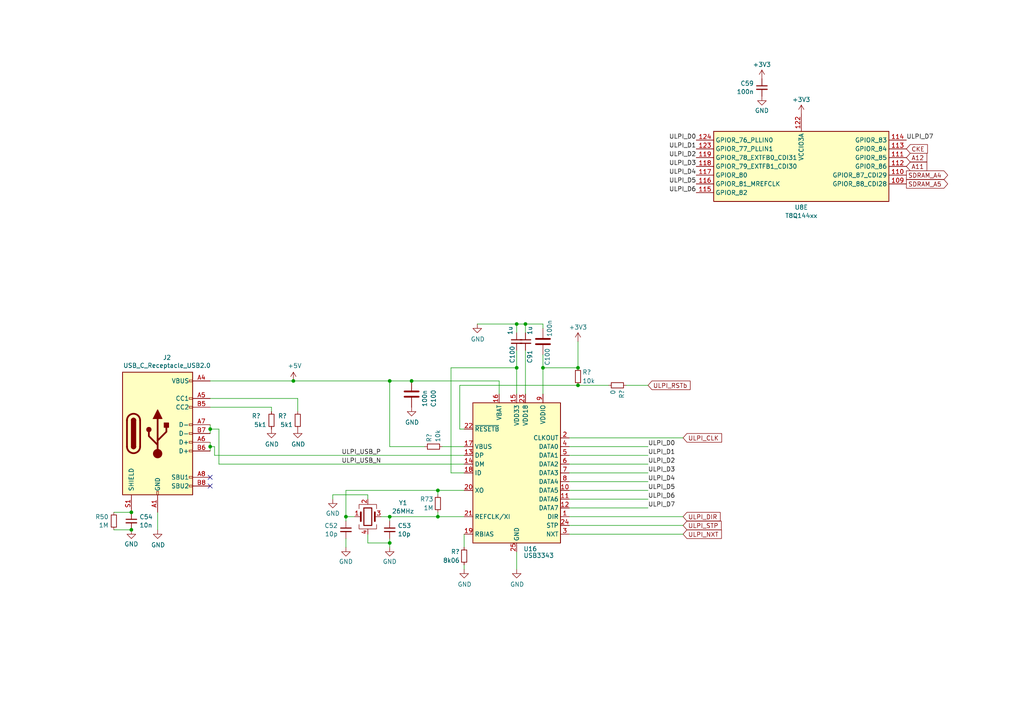
<source format=kicad_sch>
(kicad_sch (version 20230121) (generator eeschema)
  (paper "A4")
  (lib_symbols
    (symbol "Connector:USB_C_Receptacle_USB2.0" (pin_names (offset 1.016))
      (property "Reference" "J" (at -10.16 19.05 0))
      (property "Value" "USB_C_Receptacle_USB2.0" (at 19.05 19.05 0))
      (symbol "USB_C_Receptacle_USB2.0_0_0"
        (rectangle (start -0.254 -17.78) (end 0.254 -16.764))
        (rectangle (start 10.16 -14.986) (end 9.144 -15.494))
        (rectangle (start 10.16 -12.446) (end 9.144 -12.954))
        (rectangle (start 10.16 -4.826) (end 9.144 -5.334))
        (rectangle (start 10.16 -2.286) (end 9.144 -2.794))
        (rectangle (start 10.16 0.254) (end 9.144 -0.254))
        (rectangle (start 10.16 2.794) (end 9.144 2.286))
        (rectangle (start 10.16 7.874) (end 9.144 7.366))
        (rectangle (start 10.16 10.414) (end 9.144 9.906))
        (rectangle (start 10.16 15.494) (end 9.144 14.986))
      )
      (symbol "USB_C_Receptacle_USB2.0_0_1"
        (rectangle (start -10.16 17.78) (end 10.16 -17.78) (stroke (width 0.254)) (fill (type background)))
        (arc (start -8.89 -3.81) (mid -6.985 -5.7067) (end -5.08 -3.81) (stroke (width 0.508)))
        (arc (start -7.62 -3.81) (mid -6.985 -4.4423) (end -6.35 -3.81) (stroke (width 0.254)))
        (arc (start -7.62 -3.81) (mid -6.985 -4.4423) (end -6.35 -3.81) (stroke (width 0.254)) (fill (type outline)))
        (rectangle (start -7.62 -3.81) (end -6.35 3.81) (stroke (width 0.254)) (fill (type outline)))
        (arc (start -6.35 3.81) (mid -6.985 4.4423) (end -7.62 3.81) (stroke (width 0.254)))
        (arc (start -6.35 3.81) (mid -6.985 4.4423) (end -7.62 3.81) (stroke (width 0.254)) (fill (type outline)))
        (arc (start -5.08 3.81) (mid -6.985 5.7067) (end -8.89 3.81) (stroke (width 0.508)))
        (circle (center -2.54 1.143) (radius 0.635) (stroke (width 0.254)) (fill (type outline)))
        (circle (center 0 -5.842) (radius 1.27) (fill (type outline)))
        (polyline (pts (xy -8.89 -3.81) (xy -8.89 3.81)) (stroke (width 0.508)))
        (polyline (pts (xy -5.08 3.81) (xy -5.08 -3.81)) (stroke (width 0.508)))
        (polyline (pts (xy 0 -5.842) (xy 0 4.318)) (stroke (width 0.508)))
        (polyline (pts (xy 0 -3.302) (xy -2.54 -0.762) (xy -2.54 0.508)) (stroke (width 0.508)))
        (polyline (pts (xy 0 -2.032) (xy 2.54 0.508) (xy 2.54 1.778)) (stroke (width 0.508)))
        (polyline (pts (xy -1.27 4.318) (xy 0 6.858) (xy 1.27 4.318) (xy -1.27 4.318)) (stroke (width 0.254)) (fill (type outline)))
        (rectangle (start 1.905 1.778) (end 3.175 3.048) (stroke (width 0.254)) (fill (type outline)))
      )
      (symbol "USB_C_Receptacle_USB2.0_1_1"
        (pin passive line (at 0 -22.86 90) (length 5.08) (name "GND") (number "A1"))
        (pin passive line (at 0 -22.86 90) (length 5.08) hide (name "GND") (number "A12"))
        (pin passive line (at 15.24 15.24 180) (length 5.08) (name "VBUS") (number "A4"))
        (pin bidirectional line (at 15.24 10.16 180) (length 5.08) (name "CC1") (number "A5"))
        (pin bidirectional line (at 15.24 -2.54 180) (length 5.08) (name "D+") (number "A6"))
        (pin bidirectional line (at 15.24 2.54 180) (length 5.08) (name "D-") (number "A7"))
        (pin bidirectional line (at 15.24 -12.7 180) (length 5.08) (name "SBU1") (number "A8"))
        (pin passive line (at 15.24 15.24 180) (length 5.08) hide (name "VBUS") (number "A9"))
        (pin passive line (at 0 -22.86 90) (length 5.08) hide (name "GND") (number "B1"))
        (pin passive line (at 0 -22.86 90) (length 5.08) hide (name "GND") (number "B12"))
        (pin passive line (at 15.24 15.24 180) (length 5.08) hide (name "VBUS") (number "B4"))
        (pin bidirectional line (at 15.24 7.62 180) (length 5.08) (name "CC2") (number "B5"))
        (pin bidirectional line (at 15.24 -5.08 180) (length 5.08) (name "D+") (number "B6"))
        (pin bidirectional line (at 15.24 0 180) (length 5.08) (name "D-") (number "B7"))
        (pin bidirectional line (at 15.24 -15.24 180) (length 5.08) (name "SBU2") (number "B8"))
        (pin passive line (at 15.24 15.24 180) (length 5.08) hide (name "VBUS") (number "B9"))
        (pin passive line (at -7.62 -22.86 90) (length 5.08) (name "SHIELD") (number "S1"))
      )
    )
    (symbol "Device:C_Small" (pin_numbers hide) (pin_names (offset 0.254) hide)
      (property "Reference" "C" (at 0.254 1.778 0))
      (property "Value" "C_Small" (at 0.254 -2.032 0))
      (symbol "C_Small_0_1"
        (polyline (pts (xy -1.524 -0.508) (xy 1.524 -0.508)) (stroke (width 0.3302)))
        (polyline (pts (xy -1.524 0.508) (xy 1.524 0.508)) (stroke (width 0.3048)))
      )
      (symbol "C_Small_1_1"
        (pin passive line (at 0 2.54 270) (length 2.032) (name "~") (number "1"))
        (pin passive line (at 0 -2.54 90) (length 2.032) (name "~") (number "2"))
      )
    )
    (symbol "Device:Crystal_GND24" (pin_names (offset 1.016) hide)
      (property "Reference" "Y" (at 3.175 5.08 0))
      (property "Value" "Crystal_GND24" (at 3.175 3.175 0))
      (symbol "Crystal_GND24_0_1"
        (rectangle (start -1.143 2.54) (end 1.143 -2.54) (stroke (width 0.3048)))
        (polyline (pts (xy -2.54 0) (xy -2.032 0)))
        (polyline (pts (xy -2.032 -1.27) (xy -2.032 1.27)) (stroke (width 0.508)))
        (polyline (pts (xy 0 -3.81) (xy 0 -3.556)))
        (polyline (pts (xy 0 3.556) (xy 0 3.81)))
        (polyline (pts (xy 2.032 -1.27) (xy 2.032 1.27)) (stroke (width 0.508)))
        (polyline (pts (xy 2.032 0) (xy 2.54 0)))
        (polyline (pts (xy -2.54 -2.286) (xy -2.54 -3.556) (xy 2.54 -3.556) (xy 2.54 -2.286)))
        (polyline (pts (xy -2.54 2.286) (xy -2.54 3.556) (xy 2.54 3.556) (xy 2.54 2.286)))
      )
      (symbol "Crystal_GND24_1_1"
        (pin passive line (at -3.81 0 0) (length 1.27) (name "1") (number "1"))
        (pin passive line (at 0 5.08 270) (length 1.27) (name "2") (number "2"))
        (pin passive line (at 3.81 0 180) (length 1.27) (name "3") (number "3"))
        (pin passive line (at 0 -5.08 90) (length 1.27) (name "4") (number "4"))
      )
    )
    (symbol "Device:R_Small" (pin_numbers hide) (pin_names (offset 0.254) hide)
      (property "Reference" "R" (at 0.762 0.508 0))
      (property "Value" "R_Small" (at 0.762 -1.016 0))
      (symbol "R_Small_0_1"
        (rectangle (start -0.762 1.778) (end 0.762 -1.778) (stroke (width 0.2032)))
      )
      (symbol "R_Small_1_1"
        (pin passive line (at 0 2.54 270) (length 0.762) (name "~") (number "1"))
        (pin passive line (at 0 -2.54 90) (length 0.762) (name "~") (number "2"))
      )
    )
    (symbol "FPGA_Efinix_Trion:T8Q144xx"
      (property "Reference" "U" (at -24.13 16.51 0))
      (property "Value" "T8Q144xx" (at 19.05 -16.51 0))
      (symbol "T8Q144xx_1_1"
        (rectangle (start -17.78 12.7) (end 17.78 -12.7) (stroke (width 0.254)) (fill (type background)))
        (pin power_in line (at 0 17.78 270) (length 5.08) (name "VCCIO1A") (number "23"))
        (pin output line (at -22.86 -5.08 0) (length 5.08) (name "TDO") (number "24"))
        (pin input line (at -22.86 -7.62 0) (length 5.08) (name "TMS") (number "25"))
        (pin input line (at -22.86 0 0) (length 5.08) (name "TCK") (number "26"))
        (pin input line (at -22.86 -2.54 0) (length 5.08) (name "TDI") (number "27"))
        (pin bidirectional line (at 22.86 -2.54 180) (length 5.08) (name "GPIOL_09_CDI1") (number "28"))
        (pin bidirectional line (at 22.86 0 180) (length 5.08) (name "GPIOL_08_CDI0") (number "29"))
        (pin bidirectional line (at 22.86 7.62 180) (length 5.08) (name "GPIOL_01_CCK") (number "30"))
        (pin bidirectional line (at 22.86 10.16 180) (length 5.08) (name "GPIOL_00_SS_N") (number "31"))
        (pin bidirectional line (at 22.86 5.08 180) (length 5.08) (name "GPIOL_04_CSI") (number "32"))
        (pin bidirectional line (at 22.86 2.54 180) (length 5.08) (name "GPIOL_05_CSO") (number "33"))
        (pin bidirectional line (at -22.86 10.16 0) (length 5.08) (name "CDONE") (number "34"))
        (pin bidirectional line (at -22.86 5.08 0) (length 5.08) (name "CRESET_N") (number "35"))
      )
      (symbol "T8Q144xx_2_1"
        (rectangle (start -22.86 7.62) (end 22.86 -7.62) (stroke (width 0.254)) (fill (type background)))
        (pin bidirectional line (at 27.94 0 180) (length 5.08) (name "GPIOL_25_CLK1") (number "14"))
        (pin bidirectional line (at 27.94 2.54 180) (length 5.08) (name "GPIOL_24_CLK0") (number "15"))
        (pin bidirectional line (at 27.94 5.08 180) (length 5.08) (name "GPIOL_22_CTRL2") (number "16"))
        (pin bidirectional line (at -27.94 -2.54 0) (length 5.08) (name "GPIOL_21_CTRL1_CDI5") (number "17"))
        (pin bidirectional line (at -27.94 0 0) (length 5.08) (name "GPIOL_20_CTRL0_CDI4") (number "18"))
        (pin bidirectional line (at -27.94 2.54 0) (length 5.08) (name "GPIOL_13_CDI3") (number "19"))
        (pin bidirectional line (at -27.94 5.08 0) (length 5.08) (name "GPIOL_12_CDI2") (number "20"))
        (pin power_in line (at 0 12.7 270) (length 5.08) (name "VCCIO1B") (number "21"))
      )
      (symbol "T8Q144xx_3_1"
        (rectangle (start -22.86 7.62) (end 22.86 -7.62) (stroke (width 0.254)) (fill (type background)))
        (pin bidirectional line (at -27.94 2.54 0) (length 5.08) (name "GPIOL_32_CTRL4_CDI7") (number "10"))
        (pin bidirectional line (at -27.94 5.08 0) (length 5.08) (name "GPIOL_31_CLK7_CDI6") (number "11"))
        (pin power_in line (at 0 12.7 270) (length 5.08) (name "VCCIO1C_1D") (number "12"))
        (pin bidirectional line (at 27.94 2.54 180) (length 5.08) (name "GPIOL_53_CDI10") (number "3"))
        (pin bidirectional line (at 27.94 0 180) (length 5.08) (name "GPIOL_54_CDI11") (number "4"))
        (pin bidirectional line (at 27.94 5.08 180) (length 5.08) (name "GPIOL_46") (number "6"))
        (pin bidirectional line (at -27.94 -2.54 0) (length 5.08) (name "GPIOL_41_CDI9") (number "7"))
        (pin bidirectional line (at -27.94 0 0) (length 5.08) (name "GPIOL_40_CDI8") (number "8"))
      )
      (symbol "T8Q144xx_4_1"
        (rectangle (start -25.4 10.16) (end 25.4 -10.16) (stroke (width 0.254)) (fill (type background)))
        (pin bidirectional line (at 30.48 -5.08 180) (length 5.08) (name "GPIOL_75_PLLIN1") (number "131"))
        (pin bidirectional line (at 30.48 -2.54 180) (length 5.08) (name "GPIOL_74_PLLIN0") (number "132"))
        (pin bidirectional line (at 30.48 0 180) (length 5.08) (name "GPIOL_73_EXTFB1_CDI15") (number "134"))
        (pin bidirectional line (at 30.48 2.54 180) (length 5.08) (name "GPIOL_72_EXTFB0_CDI14") (number "135"))
        (pin bidirectional line (at 30.48 5.08 180) (length 5.08) (name "GPIOL_71_NSTATUS") (number "136"))
        (pin bidirectional line (at 30.48 7.62 180) (length 5.08) (name "GPIOL_70_CBSEL0") (number "137"))
        (pin bidirectional line (at -30.48 -5.08 0) (length 5.08) (name "GPIOL_69_CBSEL1") (number "138"))
        (pin bidirectional line (at -30.48 -2.54 0) (length 5.08) (name "GPIOL_68") (number "139"))
        (pin bidirectional line (at -30.48 0 0) (length 5.08) (name "GPIOL_67_CDI13") (number "140"))
        (pin bidirectional line (at -30.48 5.08 0) (length 5.08) (name "GPIOL_65") (number "141"))
        (pin bidirectional line (at -30.48 2.54 0) (length 5.08) (name "GPIOL_66_CDI12") (number "142"))
        (pin power_in line (at 0 15.24 270) (length 5.08) (name "VCCIO1E") (number "143"))
        (pin bidirectional line (at -30.48 7.62 0) (length 5.08) (name "GPIOL_64") (number "144"))
      )
      (symbol "T8Q144xx_5_1"
        (rectangle (start -25.4 10.16) (end 25.4 -10.16) (stroke (width 0.254)) (fill (type background)))
        (pin bidirectional line (at 30.48 -5.08 180) (length 5.08) (name "GPIOR_88_CDI28") (number "109"))
        (pin bidirectional line (at 30.48 -2.54 180) (length 5.08) (name "GPIOR_87_CDI29") (number "110"))
        (pin bidirectional line (at 30.48 2.54 180) (length 5.08) (name "GPIOR_85") (number "111"))
        (pin bidirectional line (at 30.48 0 180) (length 5.08) (name "GPIOR_86") (number "112"))
        (pin bidirectional line (at 30.48 5.08 180) (length 5.08) (name "GPIOR_84") (number "113"))
        (pin bidirectional line (at 30.48 7.62 180) (length 5.08) (name "GPIOR_83") (number "114"))
        (pin bidirectional line (at -30.48 -7.62 0) (length 5.08) (name "GPIOR_82") (number "115"))
        (pin bidirectional line (at -30.48 -5.08 0) (length 5.08) (name "GPIOR_81_MREFCLK") (number "116"))
        (pin bidirectional line (at -30.48 -2.54 0) (length 5.08) (name "GPIOR_80") (number "117"))
        (pin bidirectional line (at -30.48 0 0) (length 5.08) (name "GPIOR_79_EXTFB1_CDI30") (number "118"))
        (pin bidirectional line (at -30.48 2.54 0) (length 5.08) (name "GPIOR_78_EXTFB0_CDI31") (number "119"))
        (pin power_in line (at 0 15.24 270) (length 5.08) (name "VCCIO3A") (number "122"))
        (pin bidirectional line (at -30.48 5.08 0) (length 5.08) (name "GPIOR_77_PLLIN1") (number "123"))
        (pin bidirectional line (at -30.48 7.62 0) (length 5.08) (name "GPIOR_76_PLLIN0") (number "124"))
      )
      (symbol "T8Q144xx_6_1"
        (rectangle (start -25.4 7.62) (end 25.4 -7.62) (stroke (width 0.254)) (fill (type background)))
        (pin bidirectional line (at 30.48 5.08 180) (length 5.08) (name "GPIOR_113_CDI22") (number "100"))
        (pin bidirectional line (at -30.48 -5.08 0) (length 5.08) (name "GPIOR_112_CDI23") (number "101"))
        (pin bidirectional line (at -30.48 2.54 0) (length 5.08) (name "GPIOR_105_CDI24") (number "102"))
        (pin bidirectional line (at -30.48 5.08 0) (length 5.08) (name "GPIOR_104_CDI25") (number "103"))
        (pin bidirectional line (at -30.48 -2.54 0) (length 5.08) (name "GPIOR_95_CDI26") (number "105"))
        (pin bidirectional line (at -30.48 0 0) (length 5.08) (name "GPIOR_94_CDI27") (number "106"))
        (pin bidirectional line (at 30.48 -5.08 180) (length 5.08) (name "GPIOR_123_CLK12_CDI20") (number "93"))
        (pin power_in line (at 0 12.7 270) (length 5.08) (name "VCCIO3B_3C") (number "95"))
        (pin bidirectional line (at 30.48 -2.54 180) (length 5.08) (name "GPIOR_122_CLK13_CDI21") (number "97"))
        (pin bidirectional line (at 30.48 0 180) (length 5.08) (name "GPIOR_117_CTRL14") (number "98"))
        (pin bidirectional line (at 30.48 2.54 180) (length 5.08) (name "GPIOR_116_CTRL15") (number "99"))
      )
      (symbol "T8Q144xx_7_1"
        (rectangle (start -22.86 7.62) (end 22.86 -7.62) (stroke (width 0.254)) (fill (type background)))
        (pin bidirectional line (at 27.94 -2.54 180) (length 5.08) (name "GPIOR_139") (number "81"))
        (pin bidirectional line (at 27.94 0 180) (length 5.08) (name "GPIOR_138") (number "82"))
        (pin bidirectional line (at 27.94 2.54 180) (length 5.08) (name "GPIOR_136_CDI16") (number "83"))
        (pin bidirectional line (at 27.94 5.08 180) (length 5.08) (name "GPIOR_135_CDI17") (number "84"))
        (pin bidirectional line (at -27.94 -5.08 0) (length 5.08) (name "GPIOR_133_CDI18") (number "86"))
        (pin bidirectional line (at -27.94 -2.54 0) (length 5.08) (name "GPIOR_132_CDI19") (number "87"))
        (pin bidirectional line (at -27.94 0 0) (length 5.08) (name "GPIOR_129_CTRL10") (number "89"))
        (pin bidirectional line (at -27.94 2.54 0) (length 5.08) (name "GPIOR_128_CTRL11") (number "90"))
        (pin power_in line (at 0 12.7 270) (length 5.08) (name "VCCIO3D") (number "91"))
        (pin bidirectional line (at -27.94 5.08 0) (length 5.08) (name "GPIOR_125_CLK10") (number "92"))
      )
      (symbol "T8Q144xx_8_1"
        (rectangle (start -22.86 7.62) (end 22.86 -7.62) (stroke (width 0.254)) (fill (type background)))
        (pin bidirectional line (at 27.94 0 180) (length 5.08) (name "GPIOR_158_TEST_N") (number "74"))
        (pin bidirectional line (at 27.94 2.54 180) (length 5.08) (name "GPIOR_157_PLLIN") (number "75"))
        (pin bidirectional line (at 27.94 5.08 180) (length 5.08) (name "GPIOR_155") (number "76"))
        (pin bidirectional line (at -27.94 -2.54 0) (length 5.08) (name "GPIOR_154") (number "77"))
        (pin bidirectional line (at -27.94 0 0) (length 5.08) (name "GPIOR_151_CBUS0") (number "78"))
        (pin bidirectional line (at -27.94 2.54 0) (length 5.08) (name "GPIOR_150_CBUS1") (number "79"))
        (pin bidirectional line (at -27.94 5.08 0) (length 5.08) (name "GPIOR_149_CBUS2") (number "80"))
        (pin power_in line (at 0 12.7 270) (length 5.08) (name "VCCIO3E") (number "88"))
      )
      (symbol "T8Q144xx_9_1"
        (rectangle (start -25.4 15.24) (end 25.4 -15.24) (stroke (width 0.254)) (fill (type background)))
        (pin bidirectional line (at -30.48 5.08 0) (length 5.08) (name "GPIOB_RXP00") (number "55"))
        (pin bidirectional line (at -30.48 2.54 0) (length 5.08) (name "GPIOB_RXN00") (number "56"))
        (pin bidirectional line (at -30.48 -2.54 0) (length 5.08) (name "GPIOB_RXP02") (number "58"))
        (pin bidirectional line (at -30.48 -5.08 0) (length 5.08) (name "GPIOB_RXN02") (number "59"))
        (pin bidirectional line (at -30.48 -12.7 0) (length 5.08) (name "GPIOB_RXN03") (number "60"))
        (pin bidirectional line (at -30.48 -10.16 0) (length 5.08) (name "GPIOB_RXP03") (number "61"))
        (pin power_in line (at 0 20.32 270) (length 5.08) (name "VCCIO4A") (number "62"))
        (pin passive line (at 0 20.32 270) (length 5.08) hide (name "VCCIO4A") (number "63"))
        (pin bidirectional line (at 30.48 10.16 180) (length 5.08) (name "GPIOB_RXN07") (number "65"))
        (pin bidirectional line (at 30.48 12.7 180) (length 5.08) (name "GPIOB_RXP07") (number "66"))
        (pin bidirectional line (at 30.48 5.08 180) (length 5.08) (name "GPIOB_RXP10") (number "67"))
        (pin bidirectional line (at 30.48 2.54 180) (length 5.08) (name "GPIOB_RXN10") (number "68"))
        (pin bidirectional line (at 30.48 -5.08 180) (length 5.08) (name "GPIOB_RXN12_EXTFB0") (number "69"))
        (pin bidirectional line (at 30.48 -2.54 180) (length 5.08) (name "GPIOB_RXP12_EXTFB0") (number "70"))
        (pin bidirectional line (at -30.48 12.7 0) (length 5.08) (name "GPIOB_CLKP0") (number "71"))
        (pin bidirectional line (at -30.48 10.16 0) (length 5.08) (name "GPIOB_CLKN0") (number "72"))
      )
      (symbol "T8Q144xx_10_1"
        (rectangle (start -17.78 15.24) (end 17.78 -15.24) (stroke (width 0.254)) (fill (type background)))
        (pin passive line (at -22.86 -10.16 0) (length 5.08) (name "REF_RES") (number "36"))
        (pin bidirectional line (at -22.86 12.7 0) (length 5.08) (name "GPIOB_TXP00") (number "38"))
        (pin bidirectional line (at -22.86 10.16 0) (length 5.08) (name "GPIOB_TXN00") (number "39"))
        (pin bidirectional line (at -22.86 5.08 0) (length 5.08) (name "GPIOB_TXP02") (number "40"))
        (pin bidirectional line (at -22.86 2.54 0) (length 5.08) (name "GPIOB_TXN02") (number "41"))
        (pin bidirectional line (at -22.86 -2.54 0) (length 5.08) (name "GPIOB_TXP04") (number "42"))
        (pin bidirectional line (at -22.86 -5.08 0) (length 5.08) (name "GPIOB_TXN04") (number "43"))
        (pin bidirectional line (at 22.86 12.7 180) (length 5.08) (name "GPIOB_TXP06") (number "45"))
        (pin bidirectional line (at 22.86 10.16 180) (length 5.08) (name "GPIOB_TXN06") (number "46"))
        (pin bidirectional line (at 22.86 5.08 180) (length 5.08) (name "GPIOB_TXP09") (number "47"))
        (pin bidirectional line (at 22.86 2.54 180) (length 5.08) (name "GPIOB_TXN09") (number "48"))
        (pin power_in line (at 0 20.32 270) (length 5.08) (name "VCCIO4B") (number "51"))
        (pin passive line (at 0 20.32 270) (length 5.08) hide (name "VCCIO4B") (number "52"))
        (pin bidirectional line (at 22.86 -2.54 180) (length 5.08) (name "GPIOB_TXP11") (number "53"))
        (pin bidirectional line (at 22.86 -5.08 180) (length 5.08) (name "GPIOB_TXN11") (number "54"))
      )
      (symbol "T8Q144xx_11_1"
        (rectangle (start -17.78 7.62) (end 17.78 -7.62) (stroke (width 0.254)) (fill (type background)))
        (pin power_in line (at 0 -12.7 90) (length 5.08) (name "GND") (number "1"))
        (pin passive line (at 0 -12.7 90) (length 5.08) hide (name "GND") (number "104"))
        (pin power_in line (at 15.24 12.7 270) (length 5.08) (name "VCCA_TR") (number "107"))
        (pin passive line (at 0 -12.7 90) (length 5.08) hide (name "GND") (number "108"))
        (pin passive line (at 0 -12.7 90) (length 5.08) hide (name "GND") (number "120"))
        (pin passive line (at 0 -12.7 90) (length 5.08) hide (name "GND") (number "121"))
        (pin power_in line (at 0 12.7 270) (length 5.08) (name "VCC") (number "125"))
        (pin passive line (at 0 -12.7 90) (length 5.08) hide (name "GND") (number "126"))
        (pin passive line (at 0 -12.7 90) (length 5.08) hide (name "GND") (number "127"))
        (pin power_in line (at 2.54 12.7 270) (length 5.08) (name "VCC") (number "128"))
        (pin passive line (at 0 -12.7 90) (length 5.08) hide (name "GND") (number "129"))
        (pin power_in line (at -15.24 12.7 270) (length 5.08) (name "VCC") (number "13"))
        (pin power_in line (at 5.08 12.7 270) (length 5.08) (name "VCC") (number "130"))
        (pin passive line (at 0 -12.7 90) (length 5.08) hide (name "GND") (number "133"))
        (pin power_in line (at 12.7 12.7 270) (length 5.08) (name "VCCA_TL") (number "2"))
        (pin power_in line (at -12.7 12.7 270) (length 5.08) (name "VCC") (number "22"))
        (pin passive line (at 0 -12.7 90) (length 5.08) hide (name "GND") (number "37"))
        (pin passive line (at 0 -12.7 90) (length 5.08) hide (name "GND") (number "44"))
        (pin power_in line (at -10.16 12.7 270) (length 5.08) (name "VCC") (number "49"))
        (pin passive line (at 0 -12.7 90) (length 5.08) hide (name "GND") (number "5"))
        (pin passive line (at 0 -12.7 90) (length 5.08) hide (name "GND") (number "50"))
        (pin power_in line (at -7.62 12.7 270) (length 5.08) (name "VCC") (number "57"))
        (pin passive line (at 0 -12.7 90) (length 5.08) hide (name "GND") (number "64"))
        (pin power_in line (at 10.16 12.7 270) (length 5.08) (name "VCCA_BR") (number "73"))
        (pin power_in line (at -5.08 12.7 270) (length 5.08) (name "VCC") (number "85"))
        (pin passive line (at 0 -12.7 90) (length 5.08) hide (name "GND") (number "9"))
        (pin passive line (at 0 -12.7 90) (length 5.08) hide (name "GND") (number "94"))
        (pin power_in line (at -2.54 12.7 270) (length 5.08) (name "VCC") (number "96"))
      )
    )
    (symbol "Interface_USB:USB3343"
      (property "Reference" "U" (at 0 2.54 0))
      (property "Value" "USB3343" (at 0 0 0))
      (symbol "USB3343_0_1"
        (rectangle (start -12.7 20.32) (end 12.7 -20.32) (stroke (width 0.254)) (fill (type background)))
      )
      (symbol "USB3343_1_1"
        (pin output line (at 15.24 -12.7 180) (length 2.54) (name "DIR") (number "1"))
        (pin bidirectional line (at 15.24 -5.08 180) (length 2.54) (name "DATA5") (number "10"))
        (pin bidirectional line (at 15.24 -7.62 180) (length 2.54) (name "DATA6") (number "11"))
        (pin bidirectional line (at 15.24 -10.16 180) (length 2.54) (name "DATA7") (number "12"))
        (pin bidirectional line (at -15.24 5.08 0) (length 2.54) (name "DP") (number "13"))
        (pin bidirectional line (at -15.24 2.54 0) (length 2.54) (name "DM") (number "14"))
        (pin power_out line (at 0 22.86 270) (length 2.54) (name "VDD33") (number "15"))
        (pin power_in line (at -5.08 22.86 270) (length 2.54) (name "VBAT") (number "16"))
        (pin input line (at -15.24 7.62 0) (length 2.54) (name "VBUS") (number "17"))
        (pin input line (at -15.24 0 0) (length 2.54) (name "ID") (number "18"))
        (pin passive line (at -15.24 -17.78 0) (length 2.54) (name "RBIAS") (number "19"))
        (pin output line (at 15.24 10.16 180) (length 2.54) (name "CLKOUT") (number "2"))
        (pin output line (at -15.24 -5.08 0) (length 2.54) (name "XO") (number "20"))
        (pin input line (at -15.24 -12.7 0) (length 2.54) (name "REFCLK/XI") (number "21"))
        (pin input line (at -15.24 12.7 0) (length 2.54) (name "~{RESETB}") (number "22"))
        (pin power_out line (at 2.54 22.86 270) (length 2.54) (name "VDD18") (number "23"))
        (pin input line (at 15.24 -15.24 180) (length 2.54) (name "STP") (number "24"))
        (pin power_in line (at 0 -22.86 90) (length 2.54) (name "GND") (number "25"))
        (pin output line (at 15.24 -17.78 180) (length 2.54) (name "NXT") (number "3"))
        (pin bidirectional line (at 15.24 7.62 180) (length 2.54) (name "DATA0") (number "4"))
        (pin bidirectional line (at 15.24 5.08 180) (length 2.54) (name "DATA1") (number "5"))
        (pin bidirectional line (at 15.24 2.54 180) (length 2.54) (name "DATA2") (number "6"))
        (pin bidirectional line (at 15.24 0 180) (length 2.54) (name "DATA3") (number "7"))
        (pin bidirectional line (at 15.24 -2.54 180) (length 2.54) (name "DATA4") (number "8"))
        (pin power_in line (at 7.62 22.86 270) (length 2.54) (name "VDDIO") (number "9"))
      )
    )
    (symbol "fmc:100nF_603" (pin_numbers hide) (pin_names (offset 0.254))
      (property "Reference" "C" (at 0.635 2.54 0))
      (property "Value" "100nF_603" (at 0.635 -2.54 0))
      (symbol "100nF_603_0_1"
        (polyline (pts (xy -2.032 -0.762) (xy 2.032 -0.762)) (stroke (width 0.508)))
        (polyline (pts (xy -2.032 0.762) (xy 2.032 0.762)) (stroke (width 0.508)))
      )
      (symbol "100nF_603_1_1"
        (pin passive line (at 0 3.81 270) (length 2.794) (name "~") (number "1"))
        (pin passive line (at 0 -3.81 90) (length 2.794) (name "~") (number "2"))
      )
    )
    (symbol "power:+3V3" (power) (pin_names (offset 0))
      (property "Value" "+3V3" (at 0 3.556 0))
      (symbol "+3V3_0_1"
        (polyline (pts (xy -0.762 1.27) (xy 0 2.54)))
        (polyline (pts (xy 0 0) (xy 0 2.54)))
        (polyline (pts (xy 0 2.54) (xy 0.762 1.27)))
      )
      (symbol "+3V3_1_1"
        (pin power_in line (at 0 0 90) (length 0) hide (name "+3V3") (number "1"))
      )
    )
    (symbol "power:+5V" (power) (pin_names (offset 0))
      (property "Value" "+5V" (at 0 3.556 0))
      (symbol "+5V_0_1"
        (polyline (pts (xy -0.762 1.27) (xy 0 2.54)))
        (polyline (pts (xy 0 0) (xy 0 2.54)))
        (polyline (pts (xy 0 2.54) (xy 0.762 1.27)))
      )
      (symbol "+5V_1_1"
        (pin power_in line (at 0 0 90) (length 0) hide (name "+5V") (number "1"))
      )
    )
    (symbol "power:GND" (power) (pin_names (offset 0))
      (property "Value" "GND" (at 0 -3.81 0))
      (symbol "GND_0_1"
        (polyline (pts (xy 0 0) (xy 0 -1.27) (xy 1.27 -1.27) (xy 0 -2.54) (xy -1.27 -1.27) (xy 0 -1.27)))
      )
      (symbol "GND_1_1"
        (pin power_in line (at 0 0 270) (length 0) hide (name "GND") (number "1"))
      )
    )
  )
  (junction (at 113.03 157.48))
  (junction (at 113.03 110.49))
  (junction (at 113.03 149.86))
  (junction (at 38.1 153.67))
  (junction (at 60.96 124.46))
  (junction (at 167.64 106.68))
  (junction (at 85.09 110.49))
  (junction (at 127 149.86))
  (junction (at 149.86 106.68))
  (junction (at 38.1 148.59))
  (junction (at 149.86 93.98))
  (junction (at 119.38 110.49))
  (junction (at 157.48 106.68))
  (junction (at 127 142.24))
  (junction (at 152.4 93.98))
  (junction (at 167.64 111.76))
  (junction (at 60.96 129.54))
  (junction (at 100.33 149.86))
  (no_connect (at 60.96 138.43))
  (no_connect (at 60.96 140.97))
  (wire (pts (xy 144.78 110.49) (xy 119.38 110.49)))
  (wire (pts (xy 149.86 93.98) (xy 152.4 93.98)))
  (wire (pts (xy 152.4 93.98) (xy 157.48 93.98)))
  (wire (pts (xy 128.27 129.54) (xy 134.62 129.54)))
  (wire (pts (xy 130.81 137.16) (xy 130.81 106.68)))
  (wire (pts (xy 86.36 119.38) (xy 86.36 115.57)))
  (wire (pts (xy 149.86 101.6) (xy 149.86 106.68)))
  (wire (pts (xy 165.1 139.7) (xy 187.96 139.7)))
  (wire (pts (xy 60.96 129.54) (xy 60.96 130.81)))
  (wire (pts (xy 134.62 149.86) (xy 127 149.86)))
  (wire (pts (xy 113.03 156.21) (xy 113.03 157.48)))
  (wire (pts (xy 60.96 128.27) (xy 60.96 129.54)))
  (wire (pts (xy 138.43 93.98) (xy 149.86 93.98)))
  (wire (pts (xy 134.62 163.83) (xy 134.62 165.1)))
  (wire (pts (xy 149.86 106.68) (xy 149.86 114.3)))
  (wire (pts (xy 60.96 110.49) (xy 85.09 110.49)))
  (wire (pts (xy 133.35 111.76) (xy 167.64 111.76)))
  (wire (pts (xy 134.62 154.94) (xy 134.62 158.75)))
  (wire (pts (xy 100.33 142.24) (xy 100.33 149.86)))
  (wire (pts (xy 144.78 114.3) (xy 144.78 110.49)))
  (wire (pts (xy 33.02 153.67) (xy 38.1 153.67)))
  (wire (pts (xy 110.49 149.86) (xy 113.03 149.86)))
  (wire (pts (xy 127 148.59) (xy 127 149.86)))
  (wire (pts (xy 165.1 132.08) (xy 187.96 132.08)))
  (wire (pts (xy 165.1 147.32) (xy 187.96 147.32)))
  (wire (pts (xy 78.74 119.38) (xy 78.74 118.11)))
  (wire (pts (xy 167.64 106.68) (xy 167.64 99.06)))
  (wire (pts (xy 60.96 129.54) (xy 62.23 129.54)))
  (wire (pts (xy 134.62 142.24) (xy 127 142.24)))
  (wire (pts (xy 60.96 115.57) (xy 86.36 115.57)))
  (wire (pts (xy 113.03 157.48) (xy 113.03 158.75)))
  (wire (pts (xy 45.72 153.67) (xy 45.72 148.59)))
  (wire (pts (xy 33.02 148.59) (xy 38.1 148.59)))
  (wire (pts (xy 113.03 129.54) (xy 113.03 110.49)))
  (wire (pts (xy 62.23 132.08) (xy 134.62 132.08)))
  (wire (pts (xy 165.1 134.62) (xy 187.96 134.62)))
  (wire (pts (xy 60.96 118.11) (xy 78.74 118.11)))
  (wire (pts (xy 165.1 137.16) (xy 187.96 137.16)))
  (wire (pts (xy 165.1 144.78) (xy 187.96 144.78)))
  (wire (pts (xy 133.35 111.76) (xy 133.35 124.46)))
  (wire (pts (xy 123.19 129.54) (xy 113.03 129.54)))
  (wire (pts (xy 149.86 160.02) (xy 149.86 165.1)))
  (wire (pts (xy 63.5 124.46) (xy 63.5 134.62)))
  (wire (pts (xy 167.64 111.76) (xy 176.53 111.76)))
  (wire (pts (xy 106.68 144.78) (xy 106.68 143.51)))
  (wire (pts (xy 60.96 124.46) (xy 60.96 125.73)))
  (wire (pts (xy 85.09 110.49) (xy 113.03 110.49)))
  (wire (pts (xy 127 149.86) (xy 113.03 149.86)))
  (wire (pts (xy 62.23 129.54) (xy 62.23 132.08)))
  (wire (pts (xy 165.1 142.24) (xy 187.96 142.24)))
  (wire (pts (xy 106.68 154.94) (xy 106.68 157.48)))
  (wire (pts (xy 106.68 157.48) (xy 113.03 157.48)))
  (wire (pts (xy 130.81 106.68) (xy 149.86 106.68)))
  (wire (pts (xy 63.5 134.62) (xy 134.62 134.62)))
  (wire (pts (xy 165.1 129.54) (xy 187.96 129.54)))
  (wire (pts (xy 152.4 93.98) (xy 152.4 96.52)))
  (wire (pts (xy 100.33 156.21) (xy 100.33 158.75)))
  (wire (pts (xy 134.62 137.16) (xy 130.81 137.16)))
  (wire (pts (xy 157.48 106.68) (xy 167.64 106.68)))
  (wire (pts (xy 119.38 110.49) (xy 113.03 110.49)))
  (wire (pts (xy 165.1 152.4) (xy 198.12 152.4)))
  (wire (pts (xy 165.1 127) (xy 198.12 127)))
  (wire (pts (xy 113.03 149.86) (xy 113.03 151.13)))
  (wire (pts (xy 134.62 124.46) (xy 133.35 124.46)))
  (wire (pts (xy 96.52 144.78) (xy 96.52 143.51)))
  (wire (pts (xy 60.96 123.19) (xy 60.96 124.46)))
  (wire (pts (xy 60.96 124.46) (xy 63.5 124.46)))
  (wire (pts (xy 100.33 149.86) (xy 102.87 149.86)))
  (wire (pts (xy 127 142.24) (xy 100.33 142.24)))
  (wire (pts (xy 165.1 154.94) (xy 198.12 154.94)))
  (wire (pts (xy 149.86 93.98) (xy 149.86 96.52)))
  (wire (pts (xy 157.48 106.68) (xy 157.48 114.3)))
  (wire (pts (xy 181.61 111.76) (xy 187.96 111.76)))
  (wire (pts (xy 96.52 143.51) (xy 106.68 143.51)))
  (wire (pts (xy 127 142.24) (xy 127 143.51)))
  (wire (pts (xy 157.48 95.25) (xy 157.48 93.98)))
  (wire (pts (xy 157.48 102.87) (xy 157.48 106.68)))
  (wire (pts (xy 165.1 149.86) (xy 198.12 149.86)))
  (wire (pts (xy 152.4 101.6) (xy 152.4 114.3)))
  (wire (pts (xy 100.33 149.86) (xy 100.33 151.13)))
  (label "ULPI_D0" (at 201.93 40.64 180))
  (label "ULPI_D5" (at 187.96 142.24 0))
  (label "ULPI_D1" (at 201.93 43.18 180))
  (label "ULPI_D5" (at 201.93 53.34 180))
  (label "ULPI_D4" (at 201.93 50.8 180))
  (label "ULPI_USB_P" (at 99.06 132.08 0))
  (label "ULPI_D3" (at 201.93 48.26 180))
  (label "ULPI_D6" (at 201.93 55.88 180))
  (label "ULPI_D3" (at 187.96 137.16 0))
  (label "ULPI_D2" (at 201.93 45.72 180))
  (label "ULPI_D0" (at 187.96 129.54 0))
  (label "ULPI_USB_N" (at 99.06 134.62 0))
  (label "ULPI_D2" (at 187.96 134.62 0))
  (label "ULPI_D1" (at 187.96 132.08 0))
  (label "ULPI_D7" (at 262.89 40.64 0))
  (label "ULPI_D6" (at 187.96 144.78 0))
  (label "ULPI_D7" (at 187.96 147.32 0))
  (label "ULPI_D4" (at 187.96 139.7 0))
  (global_label "ULPI_RSTb" (shape input) (at 187.96 111.76 0) (property "Intersheetrefs" "${INTERSHEET_REFS}" (effects hide)))
  (global_label "SDRAM_A5" (shape output) (at 262.89 53.34 0) (property "Intersheetrefs" "${INTERSHEET_REFS}" (effects hide)))
  (global_label "A12" (shape input) (at 262.89 45.72 0) (property "Intersheetrefs" "${INTERSHEET_REFS}" (effects hide)))
  (global_label "A11" (shape input) (at 262.89 48.26 0) (property "Intersheetrefs" "${INTERSHEET_REFS}" (effects hide)))
  (global_label "ULPI_NXT" (shape input) (at 198.12 154.94 0) (property "Intersheetrefs" "${INTERSHEET_REFS}" (effects hide)))
  (global_label "CKE" (shape input) (at 262.89 43.18 0) (property "Intersheetrefs" "${INTERSHEET_REFS}" (effects hide)))
  (global_label "SDRAM_A4" (shape output) (at 262.89 50.8 0) (property "Intersheetrefs" "${INTERSHEET_REFS}" (effects hide)))
  (global_label "ULPI_STP" (shape input) (at 198.12 152.4 0) (property "Intersheetrefs" "${INTERSHEET_REFS}" (effects hide)))
  (global_label "ULPI_DIR" (shape input) (at 198.12 149.86 0) (property "Intersheetrefs" "${INTERSHEET_REFS}" (effects hide)))
  (global_label "ULPI_CLK" (shape input) (at 198.12 127 0) (property "Intersheetrefs" "${INTERSHEET_REFS}" (effects hide)))
  (symbol (lib_id "power:+3V3") (at 232.41 33.02 0) (unit 1)
    (property "Reference" "#PWR0109" (effects hide))
    (property "Value" "+3V3" (at 232.41 28.8869 0))
  )
  (symbol (lib_id "Device:R_Small") (at 179.07 111.76 270) (unit 1)
    (property "Reference" "R?" (at 180.34 113.03 0) (effects (justify left)))
    (property "Value" "0" (at 177.8 113.03 0) (effects (justify left)))
    (property "Footprint" "Resistor_SMD:R_0603_1608Metric" (effects hide))
    (instances (project "usbadc" (path "" (reference "R?") (unit 1)) (path "" (reference "R68") (unit 1)) (path "" (reference "R12") (unit 1))) (project "trion-8-test" (path "" (reference "R49") (unit 1))) (project "usb_if" (path "" (reference "R?") (unit 1))))
  )
  (symbol (lib_id "Device:Crystal_GND24") (at 106.68 149.86 0) (unit 1)
    (property "Reference" "Y1" (at 116.8906 145.8428 0))
    (property "Value" "26MHz" (at 116.8906 148.267 0))
    (property "Footprint" "Crystal:Crystal_SMD_Abracon_ABM10-4Pin_2.5x2.0mm" (effects hide))
    (property "Manufacturer" "Abracon" (effects hide))
    (property "Part" "ABM10W-26.0000MHz-7-B1U-T3" (effects hide))
  )
  (symbol (lib_id "Device:C_Small") (at 149.86 99.06 0) (mirror y) (unit 1)
    (property "Reference" "C100" (at 148.59 105.41 90) (effects (justify left)))
    (property "Value" "1u" (at 147.955 97.155 90) (effects (justify left)))
    (property "Footprint" "Capacitor_SMD:C_0603_1608Metric" (effects hide))
    (instances (project "usbadc" (path "" (reference "C100") (unit 1))) (project "trion-8-test" (path "" (reference "C49") (unit 1))) (project "ulpi-test" (path "" (reference "C2") (unit 1))) (project "usb_if" (path "" (reference "C100") (unit 1))))
  )
  (symbol (lib_id "Device:R_Small") (at 33.02 151.13 0) (mirror y) (unit 1)
    (property "Reference" "R50" (at 31.5214 149.9179 0) (effects (justify left)))
    (property "Value" "1M" (at 31.5214 152.3421 0) (effects (justify left)))
    (property "Footprint" "Resistor_SMD:R_0603_1608Metric" (effects hide))
  )
  (symbol (lib_id "Device:C_Small") (at 38.1 151.13 0) (unit 1)
    (property "Reference" "C54" (at 40.4241 149.9242 0) (effects (justify left)))
    (property "Value" "10n" (at 40.4241 152.3484 0) (effects (justify left)))
    (property "Footprint" "Capacitor_SMD:C_0603_1608Metric" (effects hide))
  )
  (symbol (lib_id "power:GND") (at 86.36 124.46 0) (unit 1)
    (property "Reference" "#PWR?" (effects hide))
    (property "Value" "GND" (at 86.487 128.8542 0))
    (instances (project "usbadc" (path "" (reference "#PWR?") (unit 1)) (path "" (reference "#PWR?") (unit 1)) (path "" (reference "#PWR046") (unit 1))) (project "trion-8-test" (path "" (reference "#PWR087") (unit 1))) (project "usb_if" (path "" (reference "#PWR?") (unit 1))))
  )
  (symbol (lib_id "power:GND") (at 78.74 124.46 0) (unit 1)
    (property "Reference" "#PWR?" (effects hide))
    (property "Value" "GND" (at 78.867 128.8542 0))
    (instances (project "usbadc" (path "" (reference "#PWR?") (unit 1)) (path "" (reference "#PWR?") (unit 1)) (path "" (reference "#PWR044") (unit 1))) (project "trion-8-test" (path "" (reference "#PWR086") (unit 1))) (project "usb_if" (path "" (reference "#PWR?") (unit 1))))
  )
  (symbol (lib_id "power:GND") (at 113.03 158.75 0) (mirror y) (unit 1)
    (property "Reference" "#PWR095" (effects hide))
    (property "Value" "GND" (at 113.03 162.8831 0))
  )
  (symbol (lib_id "power:GND") (at 100.33 158.75 0) (mirror y) (unit 1)
    (property "Reference" "#PWR094" (effects hide))
    (property "Value" "GND" (at 100.33 162.8831 0))
  )
  (symbol (lib_id "fmc:100nF_603") (at 119.38 114.3 0) (unit 1)
    (property "Reference" "C100" (at 125.73 115.57 90))
    (property "Value" "100n" (at 123.19 115.57 90))
    (property "Footprint" "Capacitor_SMD:C_0603_1608Metric" (effects hide))
    (instances (project "usbadc" (path "" (reference "C100") (unit 1)) (path "" (reference "C102") (unit 1))) (project "trion-8-test" (path "" (reference "C48") (unit 1))) (project "usb_if" (path "" (reference "C100") (unit 1))))
  )
  (symbol (lib_id "fmc:100nF_603") (at 157.48 99.06 0) (unit 1)
    (property "Reference" "C100" (at 158.75 103.505 90))
    (property "Value" "100n" (at 159.385 95.25 90))
    (property "Footprint" "Capacitor_SMD:C_0603_1608Metric" (effects hide))
    (instances (project "usbadc" (path "" (reference "C100") (unit 1)) (path "" (reference "C115") (unit 1))) (project "trion-8-test" (path "" (reference "C51") (unit 1))) (project "usb_if" (path "" (reference "C100") (unit 1))))
  )
  (symbol (lib_id "power:GND") (at 149.86 165.1 0) (unit 1)
    (property "Reference" "#PWR?" (effects hide))
    (property "Value" "GND" (at 149.987 169.4942 0))
    (instances (project "usbadc" (path "" (reference "#PWR?") (unit 1)) (path "" (reference "#PWR?") (unit 1)) (path "" (reference "#PWR052") (unit 1))) (project "trion-8-test" (path "" (reference "#PWR092") (unit 1))) (project "usb_if" (path "" (reference "#PWR?") (unit 1))))
  )
  (symbol (lib_id "power:GND") (at 45.72 153.67 0) (unit 1)
    (property "Reference" "#PWR?" (effects hide))
    (property "Value" "GND" (at 45.847 158.0642 0))
    (instances (project "usbadc" (path "" (reference "#PWR?") (unit 1)) (path "" (reference "#PWR?") (unit 1)) (path "" (reference "#PWR043") (unit 1))) (project "trion-8-test" (path "" (reference "#PWR085") (unit 1))) (project "usb_if" (path "" (reference "#PWR?") (unit 1))))
  )
  (symbol (lib_id "FPGA_Efinix_Trion:T8Q144xx") (at 232.41 48.26 0) (unit 5)
    (property "Reference" "U8" (at 232.41 60.1401 0))
    (property "Value" "T8Q144xx" (at 232.41 62.5643 0))
    (property "Footprint" "Package_QFP:LQFP-144_20x20mm_P0.5mm" (effects hide))
    (property "Datasheet" "https://www.efinixinc.com/docs/trion8-ds-v4.4.pdf" (effects hide))
  )
  (symbol (lib_id "Interface_USB:USB3343") (at 149.86 137.16 0) (unit 1)
    (property "Reference" "U16" (at 151.8159 159.2025 0) (effects (justify left)))
    (property "Value" "USB3343" (at 151.8159 161.1235 0) (effects (justify left)))
    (property "Footprint" "Package_DFN_QFN:QFN-24-1EP_4x4mm_P0.5mm_EP2.6x2.6mm" (effects hide))
    (property "Datasheet" "http://ww1.microchip.com/downloads/en/DeviceDoc/334x.pdf" (effects hide))
    (instances (project "usbadc" (path "" (reference "U16") (unit 1))) (project "trion-8-test" (path "" (reference "U10") (unit 1))) (project "usb_if" (path "" (reference "U16") (unit 1))))
  )
  (symbol (lib_id "power:GND") (at 38.1 153.67 0) (unit 1)
    (property "Reference" "#PWR096" (effects hide))
    (property "Value" "GND" (at 38.1 157.8031 0))
  )
  (symbol (lib_id "Device:C_Small") (at 113.03 153.67 0) (unit 1)
    (property "Reference" "C53" (at 115.3541 152.4642 0) (effects (justify left)))
    (property "Value" "10p" (at 115.3541 154.8884 0) (effects (justify left)))
    (property "Footprint" "Capacitor_SMD:C_0603_1608Metric" (effects hide))
  )
  (symbol (lib_id "Device:C_Small") (at 100.33 153.67 0) (mirror y) (unit 1)
    (property "Reference" "C52" (at 98.0059 152.4642 0) (effects (justify left)))
    (property "Value" "10p" (at 98.0059 154.8884 0) (effects (justify left)))
    (property "Footprint" "Capacitor_SMD:C_0603_1608Metric" (effects hide))
  )
  (symbol (lib_id "power:+3V3") (at 220.98 22.86 0) (unit 1)
    (property "Reference" "#PWR0131" (effects hide))
    (property "Value" "+3V3" (at 220.98 18.7269 0))
  )
  (symbol (lib_id "Device:C_Small") (at 152.4 99.06 0) (unit 1)
    (property "Reference" "C91" (at 153.67 105.41 90) (effects (justify left)))
    (property "Value" "1u" (at 153.67 97.155 90) (effects (justify left)))
    (property "Footprint" "Capacitor_SMD:C_0603_1608Metric" (effects hide))
    (instances (project "usbadc" (path "" (reference "C91") (unit 1))) (project "trion-8-test" (path "" (reference "C50") (unit 1))) (project "ulpi-test" (path "" (reference "C2") (unit 1))) (project "usb_if" (path "" (reference "C91") (unit 1))))
  )
  (symbol (lib_id "Device:R_Small") (at 86.36 121.92 0) (unit 1)
    (property "Reference" "R?" (at 80.645 120.65 0) (effects (justify left)))
    (property "Value" "5k1" (at 81.28 123.19 0) (effects (justify left)))
    (property "Footprint" "Resistor_SMD:R_0603_1608Metric" (effects hide))
    (instances (project "usbadc" (path "" (reference "R?") (unit 1)) (path "" (reference "R66") (unit 1)) (path "" (reference "R29") (unit 1))) (project "trion-8-test" (path "" (reference "R45") (unit 1))) (project "usb_if" (path "" (reference "R?") (unit 1))))
  )
  (symbol (lib_id "power:GND") (at 134.62 165.1 0) (unit 1)
    (property "Reference" "#PWR?" (effects hide))
    (property "Value" "GND" (at 134.747 169.4942 0))
    (instances (project "usbadc" (path "" (reference "#PWR?") (unit 1)) (path "" (reference "#PWR?") (unit 1)) (path "" (reference "#PWR053") (unit 1))) (project "trion-8-test" (path "" (reference "#PWR090") (unit 1))) (project "usb_if" (path "" (reference "#PWR?") (unit 1))))
  )
  (symbol (lib_id "power:+5V") (at 85.09 110.49 0) (unit 1)
    (property "Reference" "#PWR024" (effects hide))
    (property "Value" "+5V" (at 85.471 106.0958 0))
  )
  (symbol (lib_id "Device:R_Small") (at 167.64 109.22 0) (unit 1)
    (property "Reference" "R?" (at 168.91 107.95 0) (effects (justify left)))
    (property "Value" "10k" (at 168.91 110.49 0) (effects (justify left)))
    (property "Footprint" "Resistor_SMD:R_0603_1608Metric" (effects hide))
    (instances (project "usbadc" (path "" (reference "R?") (unit 1)) (path "" (reference "R68") (unit 1)) (path "" (reference "R16") (unit 1))) (project "trion-8-test" (path "" (reference "R48") (unit 1))) (project "usb_if" (path "" (reference "R?") (unit 1))))
  )
  (symbol (lib_id "Device:R_Small") (at 134.62 161.29 0) (mirror y) (unit 1)
    (property "Reference" "R?" (at 133.35 160.02 0) (effects (justify left)))
    (property "Value" "8k06" (at 133.35 162.56 0) (effects (justify left)))
    (property "Footprint" "Resistor_SMD:R_0603_1608Metric" (effects hide))
    (instances (project "usbadc" (path "" (reference "R?") (unit 1)) (path "" (reference "R68") (unit 1)) (path "" (reference "R67") (unit 1))) (project "trion-8-test" (path "" (reference "R47") (unit 1))) (project "usb_if" (path "" (reference "R?") (unit 1))))
  )
  (symbol (lib_id "power:GND") (at 119.38 118.11 0) (unit 1)
    (property "Reference" "#PWR?" (effects hide))
    (property "Value" "GND" (at 119.507 122.5042 0))
    (instances (project "usbadc" (path "" (reference "#PWR?") (unit 1)) (path "" (reference "#PWR?") (unit 1)) (path "" (reference "#PWR055") (unit 1))) (project "trion-8-test" (path "" (reference "#PWR089") (unit 1))) (project "usb_if" (path "" (reference "#PWR?") (unit 1))))
  )
  (symbol (lib_id "power:GND") (at 138.43 93.98 0) (unit 1)
    (property "Reference" "#PWR?" (effects hide))
    (property "Value" "GND" (at 138.557 98.3742 0))
    (instances (project "usbadc" (path "" (reference "#PWR?") (unit 1)) (path "" (reference "#PWR?") (unit 1)) (path "" (reference "#PWR054") (unit 1))) (project "trion-8-test" (path "" (reference "#PWR091") (unit 1))) (project "usb_if" (path "" (reference "#PWR?") (unit 1))))
  )
  (symbol (lib_id "Device:R_Small") (at 125.73 129.54 90) (unit 1)
    (property "Reference" "R?" (at 124.46 128.27 0) (effects (justify left)))
    (property "Value" "10k" (at 127 128.27 0) (effects (justify left)))
    (property "Footprint" "Resistor_SMD:R_0603_1608Metric" (effects hide))
    (instances (project "usbadc" (path "" (reference "R?") (unit 1)) (path "" (reference "R68") (unit 1)) (path "" (reference "R68") (unit 1))) (project "trion-8-test" (path "" (reference "R46") (unit 1))) (project "usb_if" (path "" (reference "R?") (unit 1))))
  )
  (symbol (lib_id "power:GND") (at 220.98 27.94 0) (unit 1)
    (property "Reference" "#PWR0132" (effects hide))
    (property "Value" "GND" (at 220.98 32.0731 0))
  )
  (symbol (lib_id "Device:R_Small") (at 127 146.05 0) (mirror y) (unit 1)
    (property "Reference" "R73" (at 125.73 144.78 0) (effects (justify left)))
    (property "Value" "1M" (at 125.73 147.32 0) (effects (justify left)))
    (property "Footprint" "Resistor_SMD:R_0603_1608Metric" (effects hide))
  )
  (symbol (lib_id "Device:C_Small") (at 220.98 25.4 0) (mirror y) (unit 1)
    (property "Reference" "C59" (at 218.6559 24.1942 0) (effects (justify left)))
    (property "Value" "100n" (at 218.6559 26.6184 0) (effects (justify left)))
    (property "Footprint" "Capacitor_SMD:C_0603_1608Metric" (effects hide))
  )
  (symbol (lib_id "Device:R_Small") (at 78.74 121.92 0) (unit 1)
    (property "Reference" "R?" (at 73.025 120.65 0) (effects (justify left)))
    (property "Value" "5k1" (at 73.66 123.19 0) (effects (justify left)))
    (property "Footprint" "Resistor_SMD:R_0603_1608Metric" (effects hide))
    (instances (project "usbadc" (path "" (reference "R?") (unit 1)) (path "" (reference "R65") (unit 1)) (path "" (reference "R28") (unit 1))) (project "trion-8-test" (path "" (reference "R44") (unit 1))) (project "usb_if" (path "" (reference "R?") (unit 1))))
  )
  (symbol (lib_id "power:+3V3") (at 167.64 99.06 0) (unit 1)
    (property "Reference" "#PWR093" (effects hide))
    (property "Value" "+3V3" (at 167.64 94.9269 0))
  )
  (symbol (lib_id "power:GND") (at 96.52 144.78 0) (mirror y) (unit 1)
    (property "Reference" "#PWR025" (effects hide))
    (property "Value" "GND" (at 96.52 148.9131 0))
  )
  (symbol (lib_id "Connector:USB_C_Receptacle_USB2.0") (at 45.72 125.73 0) (unit 1)
    (property "Reference" "J2" (at 48.4378 103.7082 0))
    (property "Value" "USB_C_Receptacle_USB2.0" (at 48.4378 106.0196 0))
    (property "Footprint" "proj_footprints:USB_C_Receptacle_Molex_2171790001_16P_TopMnt_Horizontal" (effects hide))
    (property "Datasheet" "https://www.usb.org/sites/default/files/documents/usb_type-c.zip" (effects hide))
    (property "Part" "2171790001" (effects hide))
    (property "Manufacturer" "Molex" (effects hide))
    (instances (project "usbadc" (path "" (reference "J2") (unit 1)) (path "" (reference "J1") (unit 1))) (project "trion-8-test" (path "" (reference "J4") (unit 1))) (project "usb_if" (path "" (reference "J2") (unit 1))))
  )
)
</source>
